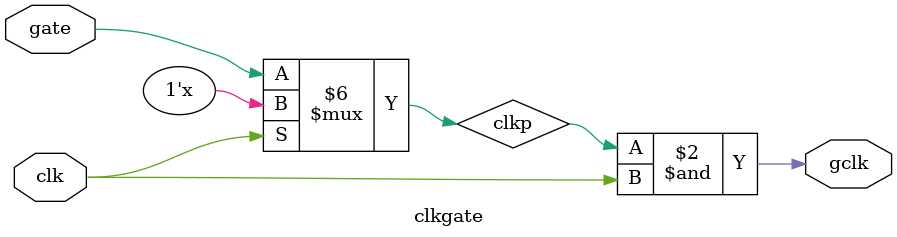
<source format=v>

module clkgate(
  input       clk
, input       gate
, output wire gclk
);

  wire clki = ~clk;
  reg  clkp;

  assign gclk = clkp & clk;
  
  always @*
    if( clki )
      clkp <= gate;
    else
      clkp <= clkp;
  
  initial clkp = 0;
  
endmodule

</source>
